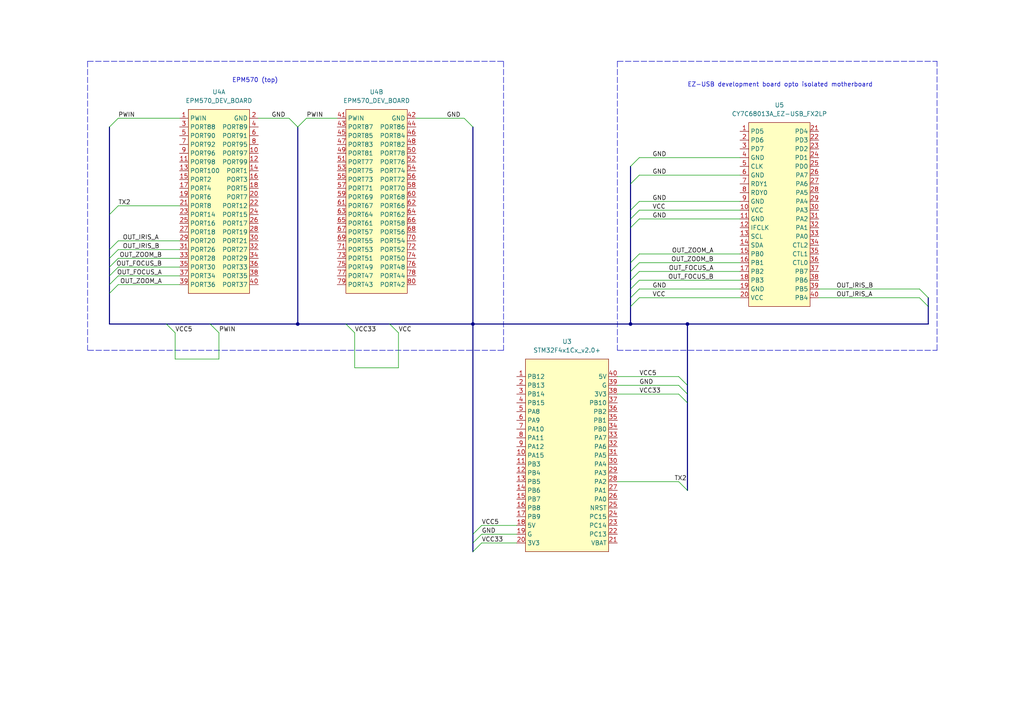
<source format=kicad_sch>
(kicad_sch (version 20211123) (generator eeschema)
  (paper "A4")
  (title_block (title "EPM570 hat for EZ-USB opto isolated motherboard"))
  (lib_symbols
    (symbol "EPM570_DEV_BOARD_1"
      (property "Reference" "U" (at 0 2.54 0))
      (property "Value" "EPM570_DEV_BOARD_1" (at 0 0 0))
      (symbol "EPM570_DEV_BOARD_1_0_1"
        (rectangle (start -8.89 -54.61) (end 8.89 -1.27) (fill (type background)))
      )
      (symbol "EPM570_DEV_BOARD_1_1_1"
        (pin power_in line (at -11.43 -3.81 0) (length 2.54) (name "PWIN") (number "1"))
        (pin bidirectional line (at 11.43 -13.97 180) (length 2.54) (name "PORT97") (number "10"))
        (pin bidirectional line (at -11.43 -16.51 0) (length 2.54) (name "PORT98") (number "11"))
        (pin bidirectional line (at 11.43 -16.51 180) (length 2.54) (name "PORT99") (number "12"))
        (pin bidirectional line (at -11.43 -19.05 0) (length 2.54) (name "PORT100") (number "13"))
        (pin bidirectional line (at 11.43 -19.05 180) (length 2.54) (name "PORT1") (number "14"))
        (pin bidirectional line (at -11.43 -21.59 0) (length 2.54) (name "PORT2") (number "15"))
        (pin bidirectional line (at 11.43 -21.59 180) (length 2.54) (name "PORT3") (number "16"))
        (pin bidirectional line (at -11.43 -24.13 0) (length 2.54) (name "PORT4") (number "17"))
        (pin bidirectional line (at 11.43 -24.13 180) (length 2.54) (name "PORT5") (number "18"))
        (pin bidirectional line (at -11.43 -26.67 0) (length 2.54) (name "PORT6") (number "19"))
        (pin passive line (at 11.43 -3.81 180) (length 2.54) (name "GND") (number "2"))
        (pin bidirectional line (at 11.43 -26.67 180) (length 2.54) (name "PORT7") (number "20"))
        (pin bidirectional line (at -11.43 -29.21 0) (length 2.54) (name "PORT8") (number "21"))
        (pin bidirectional line (at 11.43 -29.21 180) (length 2.54) (name "PORT12") (number "22"))
        (pin bidirectional line (at -11.43 -31.75 0) (length 2.54) (name "PORT14") (number "23"))
        (pin bidirectional line (at 11.43 -31.75 180) (length 2.54) (name "PORT15") (number "24"))
        (pin bidirectional line (at -11.43 -34.29 0) (length 2.54) (name "PORT16") (number "25"))
        (pin bidirectional line (at 11.43 -34.29 180) (length 2.54) (name "PORT17") (number "26"))
        (pin bidirectional line (at -11.43 -36.83 0) (length 2.54) (name "PORT18") (number "27"))
        (pin bidirectional line (at 11.43 -36.83 180) (length 2.54) (name "PORT19") (number "28"))
        (pin bidirectional line (at -11.43 -39.37 0) (length 2.54) (name "PORT20") (number "29"))
        (pin bidirectional line (at -11.43 -6.35 0) (length 2.54) (name "PORT88") (number "3"))
        (pin bidirectional line (at 11.43 -39.37 180) (length 2.54) (name "PORT21") (number "30"))
        (pin bidirectional line (at -11.43 -41.91 0) (length 2.54) (name "PORT26") (number "31"))
        (pin bidirectional line (at 11.43 -41.91 180) (length 2.54) (name "PORT27") (number "32"))
        (pin bidirectional line (at -11.43 -44.45 0) (length 2.54) (name "PORT28") (number "33"))
        (pin bidirectional line (at 11.43 -44.45 180) (length 2.54) (name "PORT29") (number "34"))
        (pin bidirectional line (at -11.43 -46.99 0) (length 2.54) (name "PORT30") (number "35"))
        (pin bidirectional line (at 11.43 -46.99 180) (length 2.54) (name "PORT33") (number "36"))
        (pin bidirectional line (at -11.43 -49.53 0) (length 2.54) (name "PORT34") (number "37"))
        (pin bidirectional line (at 11.43 -49.53 180) (length 2.54) (name "PORT35") (number "38"))
        (pin bidirectional line (at -11.43 -52.07 0) (length 2.54) (name "PORT36") (number "39"))
        (pin bidirectional line (at 11.43 -6.35 180) (length 2.54) (name "PORT89") (number "4"))
        (pin bidirectional line (at 11.43 -52.07 180) (length 2.54) (name "PORT37") (number "40"))
        (pin bidirectional line (at -11.43 -8.89 0) (length 2.54) (name "PORT90") (number "5"))
        (pin bidirectional line (at 11.43 -8.89 180) (length 2.54) (name "PORT91") (number "6"))
        (pin bidirectional line (at -11.43 -11.43 0) (length 2.54) (name "PORT92") (number "7"))
        (pin bidirectional line (at 11.43 -11.43 180) (length 2.54) (name "PORT95") (number "8"))
        (pin bidirectional line (at -11.43 -13.97 0) (length 2.54) (name "PORT96") (number "9"))
      )
      (symbol "EPM570_DEV_BOARD_1_2_1"
        (pin power_in line (at -11.43 -3.81 0) (length 2.54) (name "PWIN") (number "41"))
        (pin passive line (at 11.43 -3.81 180) (length 2.54) (name "GND") (number "42"))
        (pin bidirectional line (at -11.43 -6.35 0) (length 2.54) (name "PORT87") (number "43"))
        (pin bidirectional line (at 11.43 -6.35 180) (length 2.54) (name "PORT86") (number "44"))
        (pin bidirectional line (at -11.43 -8.89 0) (length 2.54) (name "PORT85") (number "45"))
        (pin bidirectional line (at 11.43 -8.89 180) (length 2.54) (name "PORT84") (number "46"))
        (pin bidirectional line (at -11.43 -11.43 0) (length 2.54) (name "PORT83") (number "47"))
        (pin bidirectional line (at 11.43 -11.43 180) (length 2.54) (name "PORT82") (number "48"))
        (pin bidirectional line (at -11.43 -13.97 0) (length 2.54) (name "PORT81") (number "49"))
        (pin bidirectional line (at 11.43 -13.97 180) (length 2.54) (name "PORT78") (number "50"))
        (pin bidirectional line (at -11.43 -16.51 0) (length 2.54) (name "PORT77") (number "51"))
        (pin bidirectional line (at 11.43 -16.51 180) (length 2.54) (name "PORT76") (number "52"))
        (pin bidirectional line (at -11.43 -19.05 0) (length 2.54) (name "PORT75") (number "53"))
        (pin bidirectional line (at 11.43 -19.05 180) (length 2.54) (name "PORT74") (number "54"))
        (pin bidirectional line (at -11.43 -21.59 0) (length 2.54) (name "PORT73") (number "55"))
        (pin bidirectional line (at 11.43 -21.59 180) (length 2.54) (name "PORT72") (number "56"))
        (pin bidirectional line (at -11.43 -24.13 0) (length 2.54) (name "PORT71") (number "57"))
        (pin bidirectional line (at 11.43 -24.13 180) (length 2.54) (name "PORT70") (number "58"))
        (pin bidirectional line (at -11.43 -26.67 0) (length 2.54) (name "PORT69") (number "59"))
        (pin bidirectional line (at 11.43 -26.67 180) (length 2.54) (name "PORT68") (number "60"))
        (pin bidirectional line (at -11.43 -29.21 0) (length 2.54) (name "PORT67") (number "61"))
        (pin bidirectional line (at 11.43 -29.21 180) (length 2.54) (name "PORT66") (number "62"))
        (pin bidirectional line (at -11.43 -31.75 0) (length 2.54) (name "PORT64") (number "63"))
        (pin bidirectional line (at 11.43 -31.75 180) (length 2.54) (name "PORT62") (number "64"))
        (pin bidirectional line (at -11.43 -34.29 0) (length 2.54) (name "PORT61") (number "65"))
        (pin bidirectional line (at 11.43 -34.29 180) (length 2.54) (name "PORT58") (number "66"))
        (pin bidirectional line (at -11.43 -36.83 0) (length 2.54) (name "PORT57") (number "67"))
        (pin bidirectional line (at 11.43 -36.83 180) (length 2.54) (name "PORT56") (number "68"))
        (pin bidirectional line (at -11.43 -39.37 0) (length 2.54) (name "PORT55") (number "69"))
        (pin bidirectional line (at 11.43 -39.37 180) (length 2.54) (name "PORT54") (number "70"))
        (pin bidirectional line (at -11.43 -41.91 0) (length 2.54) (name "PORT53") (number "71"))
        (pin bidirectional line (at 11.43 -41.91 180) (length 2.54) (name "PORT52") (number "72"))
        (pin bidirectional line (at -11.43 -44.45 0) (length 2.54) (name "PORT51") (number "73"))
        (pin bidirectional line (at 11.43 -44.45 180) (length 2.54) (name "PORT50") (number "74"))
        (pin bidirectional line (at -11.43 -46.99 0) (length 2.54) (name "PORT49") (number "75"))
        (pin bidirectional line (at 11.43 -46.99 180) (length 2.54) (name "PORT48") (number "76"))
        (pin bidirectional line (at -11.43 -49.53 0) (length 2.54) (name "PORT47") (number "77"))
        (pin bidirectional line (at 11.43 -49.53 180) (length 2.54) (name "PORT44") (number "78"))
        (pin bidirectional line (at -11.43 -52.07 0) (length 2.54) (name "PORT43") (number "79"))
        (pin bidirectional line (at 11.43 -52.07 180) (length 2.54) (name "PORT42") (number "80"))
      )
    )
    (symbol "LensRotaryDecoder:CY7C68013A_EZ-USB_FX2LP"
      (property "Reference" "U" (at 0 2.54 0))
      (property "Value" "CY7C68013A_EZ-USB_FX2LP" (at 0 0 0))
      (symbol "CY7C68013A_EZ-USB_FX2LP_0_1"
        (rectangle (start -10.16 -1.27) (end 7.62 -54.61) (fill (type background)))
      )
      (symbol "CY7C68013A_EZ-USB_FX2LP_1_1"
        (pin bidirectional line (at -12.7 -3.81 0) (length 2.54) (name "PD5") (number "1"))
        (pin bidirectional line (at -12.7 -26.67 0) (length 2.54) (name "VCC") (number "10"))
        (pin bidirectional line (at -12.7 -29.21 0) (length 2.54) (name "GND") (number "11"))
        (pin bidirectional line (at -12.7 -31.75 0) (length 2.54) (name "IFCLK") (number "12"))
        (pin bidirectional line (at -12.7 -34.29 0) (length 2.54) (name "SCL") (number "13"))
        (pin bidirectional line (at -12.7 -36.83 0) (length 2.54) (name "SDA") (number "14"))
        (pin bidirectional line (at -12.7 -39.37 0) (length 2.54) (name "PB0") (number "15"))
        (pin bidirectional line (at -12.7 -41.91 0) (length 2.54) (name "PB1") (number "16"))
        (pin bidirectional line (at -12.7 -44.45 0) (length 2.54) (name "PB2") (number "17"))
        (pin bidirectional line (at -12.7 -46.99 0) (length 2.54) (name "PB3") (number "18"))
        (pin bidirectional line (at -12.7 -49.53 0) (length 2.54) (name "GND") (number "19"))
        (pin bidirectional line (at -12.7 -6.35 0) (length 2.54) (name "PD6") (number "2"))
        (pin bidirectional line (at -12.7 -52.07 0) (length 2.54) (name "VCC") (number "20"))
        (pin bidirectional line (at 10.16 -3.81 180) (length 2.54) (name "PD4") (number "21"))
        (pin bidirectional line (at 10.16 -6.35 180) (length 2.54) (name "PD3") (number "22"))
        (pin bidirectional line (at 10.16 -8.89 180) (length 2.54) (name "PD2") (number "23"))
        (pin bidirectional line (at 10.16 -11.43 180) (length 2.54) (name "PD1") (number "24"))
        (pin bidirectional line (at 10.16 -13.97 180) (length 2.54) (name "PD0") (number "25"))
        (pin bidirectional line (at 10.16 -16.51 180) (length 2.54) (name "PA7") (number "26"))
        (pin bidirectional line (at 10.16 -19.05 180) (length 2.54) (name "PA6") (number "27"))
        (pin bidirectional line (at 10.16 -21.59 180) (length 2.54) (name "PA5") (number "28"))
        (pin bidirectional line (at 10.16 -24.13 180) (length 2.54) (name "PA4") (number "29"))
        (pin bidirectional line (at -12.7 -8.89 0) (length 2.54) (name "PD7") (number "3"))
        (pin bidirectional line (at 10.16 -26.67 180) (length 2.54) (name "PA3") (number "30"))
        (pin bidirectional line (at 10.16 -29.21 180) (length 2.54) (name "PA2") (number "31"))
        (pin bidirectional line (at 10.16 -31.75 180) (length 2.54) (name "PA1") (number "32"))
        (pin bidirectional line (at 10.16 -34.29 180) (length 2.54) (name "PA0") (number "33"))
        (pin bidirectional line (at 10.16 -36.83 180) (length 2.54) (name "CTL2") (number "34"))
        (pin bidirectional line (at 10.16 -39.37 180) (length 2.54) (name "CTL1") (number "35"))
        (pin bidirectional line (at 10.16 -41.91 180) (length 2.54) (name "CTL0") (number "36"))
        (pin bidirectional line (at 10.16 -44.45 180) (length 2.54) (name "PB7") (number "37"))
        (pin bidirectional line (at 10.16 -46.99 180) (length 2.54) (name "PB6") (number "38"))
        (pin bidirectional line (at 10.16 -49.53 180) (length 2.54) (name "PB5") (number "39"))
        (pin bidirectional line (at -12.7 -11.43 0) (length 2.54) (name "GND") (number "4"))
        (pin bidirectional line (at 10.16 -52.07 180) (length 2.54) (name "PB4") (number "40"))
        (pin bidirectional line (at -12.7 -13.97 0) (length 2.54) (name "CLK") (number "5"))
        (pin bidirectional line (at -12.7 -16.51 0) (length 2.54) (name "GND") (number "6"))
        (pin bidirectional line (at -12.7 -19.05 0) (length 2.54) (name "RDY1") (number "7"))
        (pin bidirectional line (at -12.7 -21.59 0) (length 2.54) (name "RDY0") (number "8"))
        (pin bidirectional line (at -12.7 -24.13 0) (length 2.54) (name "GND") (number "9"))
      )
    )
    (symbol "LensRotaryDecoder:EPM570_DEV_BOARD"
      (property "Reference" "U" (at 0 2.54 0))
      (property "Value" "EPM570_DEV_BOARD" (at 0 0 0))
      (symbol "EPM570_DEV_BOARD_0_1"
        (rectangle (start -8.89 -54.61) (end 8.89 -1.27) (fill (type background)))
      )
      (symbol "EPM570_DEV_BOARD_1_1"
        (pin power_in line (at -11.43 -3.81 0) (length 2.54) (name "PWIN") (number "1"))
        (pin bidirectional line (at 11.43 -13.97 180) (length 2.54) (name "PORT97") (number "10"))
        (pin bidirectional line (at -11.43 -16.51 0) (length 2.54) (name "PORT98") (number "11"))
        (pin bidirectional line (at 11.43 -16.51 180) (length 2.54) (name "PORT99") (number "12"))
        (pin bidirectional line (at -11.43 -19.05 0) (length 2.54) (name "PORT100") (number "13"))
        (pin bidirectional line (at 11.43 -19.05 180) (length 2.54) (name "PORT1") (number "14"))
        (pin bidirectional line (at -11.43 -21.59 0) (length 2.54) (name "PORT2") (number "15"))
        (pin bidirectional line (at 11.43 -21.59 180) (length 2.54) (name "PORT3") (number "16"))
        (pin bidirectional line (at -11.43 -24.13 0) (length 2.54) (name "PORT4") (number "17"))
        (pin bidirectional line (at 11.43 -24.13 180) (length 2.54) (name "PORT5") (number "18"))
        (pin bidirectional line (at -11.43 -26.67 0) (length 2.54) (name "PORT6") (number "19"))
        (pin passive line (at 11.43 -3.81 180) (length 2.54) (name "GND") (number "2"))
        (pin bidirectional line (at 11.43 -26.67 180) (length 2.54) (name "PORT7") (number "20"))
        (pin bidirectional line (at -11.43 -29.21 0) (length 2.54) (name "PORT8") (number "21"))
        (pin bidirectional line (at 11.43 -29.21 180) (length 2.54) (name "PORT12") (number "22"))
        (pin bidirectional line (at -11.43 -31.75 0) (length 2.54) (name "PORT14") (number "23"))
        (pin bidirectional line (at 11.43 -31.75 180) (length 2.54) (name "PORT15") (number "24"))
        (pin bidirectional line (at -11.43 -34.29 0) (length 2.54) (name "PORT16") (number "25"))
        (pin bidirectional line (at 11.43 -34.29 180) (length 2.54) (name "PORT17") (number "26"))
        (pin bidirectional line (at -11.43 -36.83 0) (length 2.54) (name "PORT18") (number "27"))
        (pin bidirectional line (at 11.43 -36.83 180) (length 2.54) (name "PORT19") (number "28"))
        (pin bidirectional line (at -11.43 -39.37 0) (length 2.54) (name "PORT20") (number "29"))
        (pin bidirectional line (at -11.43 -6.35 0) (length 2.54) (name "PORT88") (number "3"))
        (pin bidirectional line (at 11.43 -39.37 180) (length 2.54) (name "PORT21") (number "30"))
        (pin bidirectional line (at -11.43 -41.91 0) (length 2.54) (name "PORT26") (number "31"))
        (pin bidirectional line (at 11.43 -41.91 180) (length 2.54) (name "PORT27") (number "32"))
        (pin bidirectional line (at -11.43 -44.45 0) (length 2.54) (name "PORT28") (number "33"))
        (pin bidirectional line (at 11.43 -44.45 180) (length 2.54) (name "PORT29") (number "34"))
        (pin bidirectional line (at -11.43 -46.99 0) (length 2.54) (name "PORT30") (number "35"))
        (pin bidirectional line (at 11.43 -46.99 180) (length 2.54) (name "PORT33") (number "36"))
        (pin bidirectional line (at -11.43 -49.53 0) (length 2.54) (name "PORT34") (number "37"))
        (pin bidirectional line (at 11.43 -49.53 180) (length 2.54) (name "PORT35") (number "38"))
        (pin bidirectional line (at -11.43 -52.07 0) (length 2.54) (name "PORT36") (number "39"))
        (pin bidirectional line (at 11.43 -6.35 180) (length 2.54) (name "PORT89") (number "4"))
        (pin bidirectional line (at 11.43 -52.07 180) (length 2.54) (name "PORT37") (number "40"))
        (pin bidirectional line (at -11.43 -8.89 0) (length 2.54) (name "PORT90") (number "5"))
        (pin bidirectional line (at 11.43 -8.89 180) (length 2.54) (name "PORT91") (number "6"))
        (pin bidirectional line (at -11.43 -11.43 0) (length 2.54) (name "PORT92") (number "7"))
        (pin bidirectional line (at 11.43 -11.43 180) (length 2.54) (name "PORT95") (number "8"))
        (pin bidirectional line (at -11.43 -13.97 0) (length 2.54) (name "PORT96") (number "9"))
      )
      (symbol "EPM570_DEV_BOARD_2_1"
        (pin power_in line (at -11.43 -3.81 0) (length 2.54) (name "PWIN") (number "1"))
        (pin bidirectional line (at 11.43 -13.97 180) (length 2.54) (name "PORT78") (number "10"))
        (pin bidirectional line (at -11.43 -16.51 0) (length 2.54) (name "PORT77") (number "11"))
        (pin bidirectional line (at 11.43 -16.51 180) (length 2.54) (name "PORT76") (number "12"))
        (pin bidirectional line (at -11.43 -19.05 0) (length 2.54) (name "PORT75") (number "13"))
        (pin bidirectional line (at 11.43 -19.05 180) (length 2.54) (name "PORT74") (number "14"))
        (pin bidirectional line (at -11.43 -21.59 0) (length 2.54) (name "PORT73") (number "15"))
        (pin bidirectional line (at 11.43 -21.59 180) (length 2.54) (name "PORT72") (number "16"))
        (pin bidirectional line (at -11.43 -24.13 0) (length 2.54) (name "PORT71") (number "17"))
        (pin bidirectional line (at 11.43 -24.13 180) (length 2.54) (name "PORT70") (number "18"))
        (pin bidirectional line (at -11.43 -26.67 0) (length 2.54) (name "PORT69") (number "19"))
        (pin passive line (at 11.43 -3.81 180) (length 2.54) (name "GND") (number "2"))
        (pin bidirectional line (at 11.43 -26.67 180) (length 2.54) (name "PORT68") (number "20"))
        (pin bidirectional line (at -11.43 -29.21 0) (length 2.54) (name "PORT67") (number "21"))
        (pin bidirectional line (at 11.43 -29.21 180) (length 2.54) (name "PORT66") (number "22"))
        (pin bidirectional line (at -11.43 -31.75 0) (length 2.54) (name "PORT64") (number "23"))
        (pin bidirectional line (at 11.43 -31.75 180) (length 2.54) (name "PORT62") (number "24"))
        (pin bidirectional line (at -11.43 -34.29 0) (length 2.54) (name "PORT61") (number "25"))
        (pin bidirectional line (at 11.43 -34.29 180) (length 2.54) (name "PORT58") (number "26"))
        (pin bidirectional line (at -11.43 -36.83 0) (length 2.54) (name "PORT57") (number "27"))
        (pin bidirectional line (at 11.43 -36.83 180) (length 2.54) (name "PORT56") (number "28"))
        (pin bidirectional line (at -11.43 -39.37 0) (length 2.54) (name "PORT55") (number "29"))
        (pin bidirectional line (at -11.43 -6.35 0) (length 2.54) (name "PORT87") (number "3"))
        (pin bidirectional line (at 11.43 -39.37 180) (length 2.54) (name "PORT54") (number "30"))
        (pin bidirectional line (at -11.43 -41.91 0) (length 2.54) (name "PORT53") (number "31"))
        (pin bidirectional line (at 11.43 -41.91 180) (length 2.54) (name "PORT52") (number "32"))
        (pin bidirectional line (at -11.43 -44.45 0) (length 2.54) (name "PORT51") (number "33"))
        (pin bidirectional line (at 11.43 -44.45 180) (length 2.54) (name "PORT50") (number "34"))
        (pin bidirectional line (at -11.43 -46.99 0) (length 2.54) (name "PORT49") (number "35"))
        (pin bidirectional line (at 11.43 -46.99 180) (length 2.54) (name "PORT48") (number "36"))
        (pin bidirectional line (at -11.43 -49.53 0) (length 2.54) (name "PORT47") (number "37"))
        (pin bidirectional line (at 11.43 -49.53 180) (length 2.54) (name "PORT44") (number "38"))
        (pin bidirectional line (at -11.43 -52.07 0) (length 2.54) (name "PORT43") (number "39"))
        (pin bidirectional line (at 11.43 -6.35 180) (length 2.54) (name "PORT86") (number "4"))
        (pin bidirectional line (at 11.43 -52.07 180) (length 2.54) (name "PORT42") (number "40"))
        (pin bidirectional line (at -11.43 -8.89 0) (length 2.54) (name "PORT85") (number "5"))
        (pin bidirectional line (at 11.43 -8.89 180) (length 2.54) (name "PORT84") (number "6"))
        (pin bidirectional line (at -11.43 -11.43 0) (length 2.54) (name "PORT83") (number "7"))
        (pin bidirectional line (at 11.43 -11.43 180) (length 2.54) (name "PORT82") (number "8"))
        (pin bidirectional line (at -11.43 -13.97 0) (length 2.54) (name "PORT81") (number "9"))
      )
    )
    (symbol "New_Library:STM32F4x1Cx_v2.0+"
      (property "Reference" "U" (at 0 2.54 0))
      (property "Value" "STM32F4x1Cx_v2.0+" (at 1.27 -1.27 0))
      (symbol "STM32F4x1Cx_v2.0+_0_1"
        (rectangle (start -10.16 1.27) (end 13.97 -54.61) (fill (type background)))
      )
      (symbol "STM32F4x1Cx_v2.0+_1_1"
        (pin bidirectional line (at -12.7 -3.81 0) (length 2.54) (name "PB12") (number "1"))
        (pin bidirectional line (at -12.7 -26.67 0) (length 2.54) (name "PA15") (number "10"))
        (pin bidirectional line (at -12.7 -29.21 0) (length 2.54) (name "PB3") (number "11"))
        (pin bidirectional line (at -12.7 -31.75 0) (length 2.54) (name "PB4") (number "12"))
        (pin bidirectional line (at -12.7 -34.29 0) (length 2.54) (name "PB5") (number "13"))
        (pin bidirectional line (at -12.7 -36.83 0) (length 2.54) (name "PB6") (number "14"))
        (pin bidirectional line (at -12.7 -39.37 0) (length 2.54) (name "PB7") (number "15"))
        (pin bidirectional line (at -12.7 -41.91 0) (length 2.54) (name "PB8") (number "16"))
        (pin bidirectional line (at -12.7 -44.45 0) (length 2.54) (name "PB9") (number "17"))
        (pin power_out line (at -12.7 -46.99 0) (length 2.54) (name "5V") (number "18"))
        (pin passive line (at -12.7 -49.53 0) (length 2.54) (name "G") (number "19"))
        (pin bidirectional line (at -12.7 -6.35 0) (length 2.54) (name "PB13") (number "2"))
        (pin power_out line (at -12.7 -52.07 0) (length 2.54) (name "3V3") (number "20"))
        (pin input line (at 16.51 -52.07 180) (length 2.54) (name "VBAT") (number "21"))
        (pin bidirectional line (at 16.51 -49.53 180) (length 2.54) (name "PC13") (number "22"))
        (pin bidirectional line (at 16.51 -46.99 180) (length 2.54) (name "PC14") (number "23"))
        (pin bidirectional line (at 16.51 -44.45 180) (length 2.54) (name "PC15") (number "24"))
        (pin bidirectional line (at 16.51 -41.91 180) (length 2.54) (name "NRST") (number "25"))
        (pin bidirectional line (at 16.51 -39.37 180) (length 2.54) (name "PA0") (number "26"))
        (pin bidirectional line (at 16.51 -36.83 180) (length 2.54) (name "PA1") (number "27"))
        (pin bidirectional line (at 16.51 -34.29 180) (length 2.54) (name "PA2") (number "28"))
        (pin bidirectional line (at 16.51 -31.75 180) (length 2.54) (name "PA3") (number "29"))
        (pin bidirectional line (at -12.7 -8.89 0) (length 2.54) (name "PB14") (number "3"))
        (pin bidirectional line (at 16.51 -29.21 180) (length 2.54) (name "PA4") (number "30"))
        (pin bidirectional line (at 16.51 -26.67 180) (length 2.54) (name "PA5") (number "31"))
        (pin bidirectional line (at 16.51 -24.13 180) (length 2.54) (name "PA6") (number "32"))
        (pin bidirectional line (at 16.51 -21.59 180) (length 2.54) (name "PA7") (number "33"))
        (pin bidirectional line (at 16.51 -19.05 180) (length 2.54) (name "PB0") (number "34"))
        (pin bidirectional line (at 16.51 -16.51 180) (length 2.54) (name "PB1") (number "35"))
        (pin bidirectional line (at 16.51 -13.97 180) (length 2.54) (name "PB2") (number "36"))
        (pin bidirectional line (at 16.51 -11.43 180) (length 2.54) (name "PB10") (number "37"))
        (pin power_out line (at 16.51 -8.89 180) (length 2.54) (name "3V3") (number "38"))
        (pin passive line (at 16.51 -6.35 180) (length 2.54) (name "G") (number "39"))
        (pin bidirectional line (at -12.7 -11.43 0) (length 2.54) (name "PB15") (number "4"))
        (pin power_out line (at 16.51 -3.81 180) (length 2.54) (name "5V") (number "40"))
        (pin bidirectional line (at -12.7 -13.97 0) (length 2.54) (name "PA8") (number "5"))
        (pin bidirectional line (at -12.7 -16.51 0) (length 2.54) (name "PA9") (number "6"))
        (pin bidirectional line (at -12.7 -19.05 0) (length 2.54) (name "PA10") (number "7"))
        (pin bidirectional line (at -12.7 -21.59 0) (length 2.54) (name "PA11") (number "8"))
        (pin bidirectional line (at -12.7 -24.13 0) (length 2.54) (name "PA12") (number "9"))
      )
    )
  )
  (junction (at 199.39 93.98))
  (junction (at 182.88 93.98))
  (junction (at 137.16 93.98))
  (junction (at 86.36 93.98))
  (bus_entry (at 182.88 48.26) (size 2.54 -2.54))
  (bus_entry (at 182.88 53.34) (size 2.54 -2.54))
  (bus_entry (at 182.88 60.96) (size 2.54 -2.54))
  (bus_entry (at 182.88 63.5) (size 2.54 -2.54))
  (bus_entry (at 182.88 66.04) (size 2.54 -2.54))
  (bus_entry (at 182.88 76.2) (size 2.54 -2.54))
  (bus_entry (at 31.75 85.09) (size 2.54 -2.54))
  (bus_entry (at 31.75 77.47) (size 2.54 -2.54))
  (bus_entry (at 31.75 80.01) (size 2.54 -2.54))
  (bus_entry (at 31.75 82.55) (size 2.54 -2.54))
  (bus_entry (at 100.33 93.98) (size 2.54 2.54))
  (bus_entry (at 60.96 93.98) (size 2.54 2.54))
  (bus_entry (at 31.75 36.83) (size 2.54 -2.54))
  (bus_entry (at 48.26 93.98) (size 2.54 2.54))
  (bus_entry (at 182.88 88.9) (size 2.54 -2.54))
  (bus_entry (at 182.88 86.36) (size 2.54 -2.54))
  (bus_entry (at 182.88 83.82) (size 2.54 -2.54))
  (bus_entry (at 266.7 86.36) (size 2.54 2.54))
  (bus_entry (at 266.7 83.82) (size 2.54 2.54))
  (bus_entry (at 182.88 78.74) (size 2.54 -2.54))
  (bus_entry (at 182.88 81.28) (size 2.54 -2.54))
  (bus_entry (at 137.16 157.48) (size 2.54 -2.54))
  (bus_entry (at 137.16 154.94) (size 2.54 -2.54))
  (bus_entry (at 137.16 160.02) (size 2.54 -2.54))
  (bus_entry (at 196.85 111.76) (size 2.54 2.54))
  (bus_entry (at 196.85 114.3) (size 2.54 2.54))
  (bus_entry (at 196.85 109.22) (size 2.54 2.54))
  (bus_entry (at 31.75 74.93) (size 2.54 -2.54))
  (bus_entry (at 31.75 72.39) (size 2.54 -2.54))
  (bus_entry (at 113.03 93.98) (size 2.54 2.54))
  (bus_entry (at 196.85 139.7) (size 2.54 2.54))
  (bus_entry (at 31.75 62.23) (size 2.54 -2.54))
  (bus_entry (at 137.16 36.83) (size -2.54 -2.54))
  (bus_entry (at 86.36 36.83) (size -2.54 -2.54))
  (bus_entry (at 88.9 34.29) (size -2.54 2.54))
  (bus (pts (xy 48.26 93.98) (xy 60.96 93.98)))
  (wire (pts (xy 185.42 63.5) (xy 214.63 63.5)))
  (polyline (pts (xy 179.07 17.78) (xy 179.07 101.6)))
  (bus (pts (xy 199.39 111.76) (xy 199.39 114.3)))
  (wire (pts (xy 237.49 86.36) (xy 266.7 86.36)))
  (bus (pts (xy 199.39 93.98) (xy 269.24 93.98)))
  (polyline (pts (xy 25.4 17.78) (xy 25.4 101.6)))
  (wire (pts (xy 88.9 34.29) (xy 97.79 34.29)))
  (bus (pts (xy 182.88 76.2) (xy 182.88 78.74)))
  (wire (pts (xy 102.87 96.52) (xy 102.87 106.68)))
  (bus (pts (xy 31.75 72.39) (xy 31.75 74.93)))
  (bus (pts (xy 31.75 36.83) (xy 31.75 62.23)))
  (bus (pts (xy 31.75 82.55) (xy 31.75 85.09)))
  (bus (pts (xy 31.75 74.93) (xy 31.75 77.47)))
  (wire (pts (xy 185.42 60.96) (xy 214.63 60.96)))
  (bus (pts (xy 182.88 66.04) (xy 182.88 76.2)))
  (bus (pts (xy 182.88 88.9) (xy 182.88 93.98)))
  (wire (pts (xy 139.7 152.4) (xy 149.86 152.4)))
  (bus (pts (xy 86.36 36.83) (xy 86.36 93.98)))
  (wire (pts (xy 74.93 34.29) (xy 83.82 34.29)))
  (wire (pts (xy 185.42 50.8) (xy 214.63 50.8)))
  (bus (pts (xy 182.88 93.98) (xy 199.39 93.98)))
  (bus (pts (xy 137.16 157.48) (xy 137.16 160.02)))
  (wire (pts (xy 34.29 72.39) (xy 52.07 72.39)))
  (bus (pts (xy 137.16 93.98) (xy 137.16 154.94)))
  (bus (pts (xy 31.75 80.01) (xy 31.75 82.55)))
  (bus (pts (xy 31.75 77.47) (xy 31.75 80.01)))
  (wire (pts (xy 63.5 96.52) (xy 63.5 104.14)))
  (wire (pts (xy 237.49 83.82) (xy 266.7 83.82)))
  (bus (pts (xy 137.16 36.83) (xy 137.16 93.98)))
  (wire (pts (xy 179.07 139.7) (xy 196.85 139.7)))
  (wire (pts (xy 34.29 82.55) (xy 52.07 82.55)))
  (wire (pts (xy 115.57 96.52) (xy 115.57 106.68)))
  (wire (pts (xy 34.29 80.01) (xy 52.07 80.01)))
  (bus (pts (xy 182.88 60.96) (xy 182.88 63.5)))
  (polyline (pts (xy 25.4 17.78) (xy 146.05 17.78)))
  (bus (pts (xy 182.88 86.36) (xy 182.88 88.9)))
  (bus (pts (xy 199.39 93.98) (xy 199.39 111.76)))
  (wire (pts (xy 185.42 76.2) (xy 214.63 76.2)))
  (wire (pts (xy 179.07 109.22) (xy 196.85 109.22)))
  (bus (pts (xy 137.16 93.98) (xy 182.88 93.98)))
  (bus (pts (xy 182.88 83.82) (xy 182.88 86.36)))
  (wire (pts (xy 179.07 114.3) (xy 196.85 114.3)))
  (bus (pts (xy 60.96 93.98) (xy 86.36 93.98)))
  (wire (pts (xy 34.29 77.47) (xy 52.07 77.47)))
  (wire (pts (xy 185.42 45.72) (xy 214.63 45.72)))
  (wire (pts (xy 179.07 111.76) (xy 196.85 111.76)))
  (wire (pts (xy 139.7 154.94) (xy 149.86 154.94)))
  (bus (pts (xy 182.88 78.74) (xy 182.88 81.28)))
  (wire (pts (xy 34.29 34.29) (xy 52.07 34.29)))
  (bus (pts (xy 113.03 93.98) (xy 100.33 93.98)))
  (wire (pts (xy 185.42 83.82) (xy 214.63 83.82)))
  (wire (pts (xy 34.29 59.69) (xy 52.07 59.69)))
  (wire (pts (xy 185.42 73.66) (xy 214.63 73.66)))
  (wire (pts (xy 185.42 78.74) (xy 214.63 78.74)))
  (wire (pts (xy 185.42 86.36) (xy 214.63 86.36)))
  (polyline (pts (xy 146.05 17.78) (xy 146.05 101.6)))
  (wire (pts (xy 102.87 106.68) (xy 115.57 106.68)))
  (bus (pts (xy 269.24 93.98) (xy 269.24 88.9)))
  (wire (pts (xy 50.8 104.14) (xy 63.5 104.14)))
  (polyline (pts (xy 146.05 101.6) (xy 25.4 101.6)))
  (bus (pts (xy 31.75 93.98) (xy 48.26 93.98)))
  (wire (pts (xy 50.8 96.52) (xy 50.8 104.14)))
  (wire (pts (xy 185.42 58.42) (xy 214.63 58.42)))
  (bus (pts (xy 113.03 93.98) (xy 137.16 93.98)))
  (polyline (pts (xy 179.07 101.6) (xy 271.78 101.6)))
  (bus (pts (xy 182.88 53.34) (xy 182.88 60.96)))
  (wire (pts (xy 185.42 81.28) (xy 214.63 81.28)))
  (bus (pts (xy 199.39 114.3) (xy 199.39 116.84)))
  (bus (pts (xy 182.88 81.28) (xy 182.88 83.82)))
  (wire (pts (xy 120.65 34.29) (xy 134.62 34.29)))
  (wire (pts (xy 34.29 69.85) (xy 52.07 69.85)))
  (wire (pts (xy 139.7 157.48) (xy 149.86 157.48)))
  (bus (pts (xy 199.39 116.84) (xy 199.39 142.24)))
  (bus (pts (xy 182.88 48.26) (xy 182.88 53.34)))
  (bus (pts (xy 86.36 93.98) (xy 100.33 93.98)))
  (wire (pts (xy 34.29 74.93) (xy 52.07 74.93)))
  (bus (pts (xy 31.75 85.09) (xy 31.75 93.98)))
  (bus (pts (xy 269.24 88.9) (xy 269.24 86.36)))
  (bus (pts (xy 137.16 154.94) (xy 137.16 157.48)))
  (bus (pts (xy 31.75 62.23) (xy 31.75 72.39)))
  (polyline (pts (xy 271.78 101.6) (xy 271.78 17.78)))
  (polyline (pts (xy 179.07 17.78) (xy 271.78 17.78)))
  (bus (pts (xy 182.88 63.5) (xy 182.88 66.04)))
  (text "EZ-USB development board opto isolated motherboard" (at 199.39 25.4 0) (effects (font (size 1.27 1.27)) (justify left bottom)))
  (text "EPM570 (top)" (at 67.31 24.13 0) (effects (font (size 1.27 1.27)) (justify left bottom)))
  (label "TX2" (at 195.58 139.7 0))
  (label "OUT_IRIS_A" (at 242.57 86.36 0))
  (label "OUT_ZOOM_A" (at 46.99 82.55 180))
  (label "OUT_FOCUS_B" (at 207.01 81.28 180))
  (label "GND" (at 189.23 45.72 0))
  (label "OUT_FOCUS_A" (at 207.01 78.74 180))
  (label "GND" (at 189.23 58.42 0))
  (label "GND" (at 185.42 111.76 0))
  (label "VCC5" (at 50.8 96.52 0))
  (label "TX2" (at 34.29 59.69 0))
  (label "OUT_FOCUS_B" (at 46.99 77.47 180))
  (label "PWIN" (at 63.5 96.52 0))
  (label "PWIN" (at 88.9 34.29 0))
  (label "OUT_ZOOM_B" (at 46.99 74.93 180))
  (label "OUT_IRIS_A" (at 35.56 69.85 0))
  (label "GND" (at 139.7 154.94 0))
  (label "OUT_FOCUS_A" (at 46.99 80.01 180))
  (label "VCC" (at 115.57 96.52 0))
  (label "VCC5" (at 139.7 152.4 0))
  (label "GND" (at 189.23 83.82 0))
  (label "VCC33" (at 102.87 96.52 0))
  (label "VCC5" (at 185.42 109.22 0))
  (label "OUT_IRIS_B" (at 35.56 72.39 0))
  (label "VCC33" (at 139.7 157.48 0))
  (label "GND" (at 78.74 34.29 0))
  (label "PWIN" (at 34.29 34.29 0))
  (label "OUT_ZOOM_A" (at 207.01 73.66 180))
  (label "VCC" (at 189.23 86.36 0))
  (label "GND" (at 129.54 34.29 0))
  (label "VCC" (at 189.23 60.96 0))
  (label "OUT_ZOOM_B" (at 207.01 76.2 180))
  (label "VCC33" (at 185.42 114.3 0))
  (label "OUT_IRIS_B" (at 242.57 83.82 0))
  (label "GND" (at 189.23 50.8 0))
  (label "GND" (at 189.23 63.5 0))
  (symbol (lib_id "New_Library:STM32F4x1Cx_v2.0+") (at 162.56 105.41 0) (unit 1)
    (property "Reference" "U3" (at 164.465 99.06 0))
    (property "Value" "STM32F4x1Cx_v2.0+" (at 164.465 101.6 0))
    (property "Footprint" "Package_DIP:DIP-40_W15.24mm_LongPads" (effects hide))
  )
  (symbol (lib_name "EPM570_DEV_BOARD_1") (lib_id "LensRotaryDecoder:EPM570_DEV_BOARD") (at 109.22 30.48 0) (unit 2)
    (property "Reference" "U4" (at 109.22 26.67 0))
    (property "Value" "EPM570_DEV_BOARD" (at 109.22 29.21 0))
    (property "Footprint" "LensRotaryDecoder:EPM570_DEV_BOARD" (effects hide))
  )
  (symbol (lib_id "LensRotaryDecoder:EPM570_DEV_BOARD") (at 63.5 30.48 0) (unit 1)
    (property "Reference" "U4" (at 63.5 26.67 0))
    (property "Value" "EPM570_DEV_BOARD" (at 63.5 29.21 0))
    (property "Footprint" "LensRotaryDecoder:EPM570_DEV_BOARD" (effects hide))
  )
  (symbol (lib_id "LensRotaryDecoder:CY7C68013A_EZ-USB_FX2LP") (at 227.33 34.29 0) (unit 1)
    (property "Reference" "U5" (at 226.06 30.48 0))
    (property "Value" "CY7C68013A_EZ-USB_FX2LP" (at 226.06 33.02 0))
    (property "Footprint" "LensRotaryDecoder:CY7C68013A_EZ-USB_FX2LP" (effects hide))
  )
)
</source>
